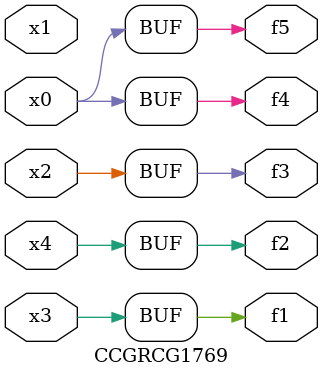
<source format=v>
module CCGRCG1769(
	input x0, x1, x2, x3, x4,
	output f1, f2, f3, f4, f5
);
	assign f1 = x3;
	assign f2 = x4;
	assign f3 = x2;
	assign f4 = x0;
	assign f5 = x0;
endmodule

</source>
